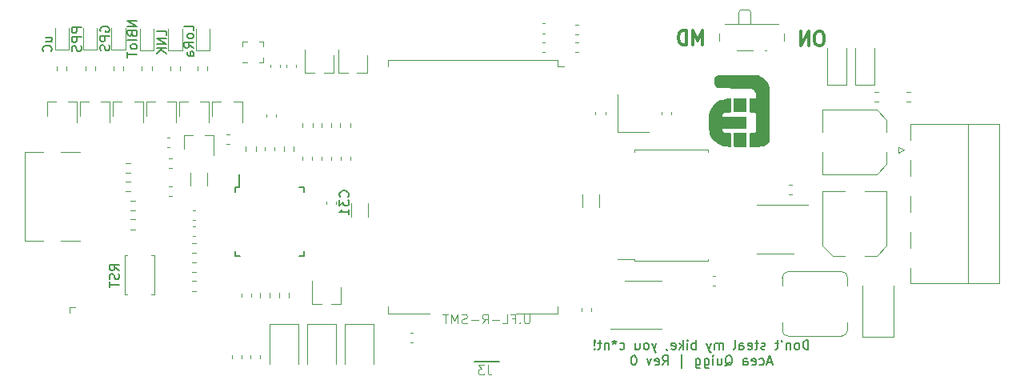
<source format=gbr>
%TF.GenerationSoftware,KiCad,Pcbnew,(5.1.10-1-10_14)*%
%TF.CreationDate,2021-07-19T22:49:48+10:00*%
%TF.ProjectId,samd21_gps_tracker,73616d64-3231-45f6-9770-735f74726163,rev?*%
%TF.SameCoordinates,Original*%
%TF.FileFunction,Legend,Bot*%
%TF.FilePolarity,Positive*%
%FSLAX46Y46*%
G04 Gerber Fmt 4.6, Leading zero omitted, Abs format (unit mm)*
G04 Created by KiCad (PCBNEW (5.1.10-1-10_14)) date 2021-07-19 22:49:48*
%MOMM*%
%LPD*%
G01*
G04 APERTURE LIST*
%ADD10C,0.150000*%
%ADD11C,0.170000*%
%ADD12C,0.300000*%
%ADD13C,0.120000*%
%ADD14C,0.127000*%
%ADD15C,0.010000*%
%ADD16C,0.050000*%
G04 APERTURE END LIST*
D10*
X220509523Y-72727380D02*
X220509523Y-71727380D01*
X220271428Y-71727380D01*
X220128571Y-71775000D01*
X220033333Y-71870238D01*
X219985714Y-71965476D01*
X219938095Y-72155952D01*
X219938095Y-72298809D01*
X219985714Y-72489285D01*
X220033333Y-72584523D01*
X220128571Y-72679761D01*
X220271428Y-72727380D01*
X220509523Y-72727380D01*
X219366666Y-72727380D02*
X219461904Y-72679761D01*
X219509523Y-72632142D01*
X219557142Y-72536904D01*
X219557142Y-72251190D01*
X219509523Y-72155952D01*
X219461904Y-72108333D01*
X219366666Y-72060714D01*
X219223809Y-72060714D01*
X219128571Y-72108333D01*
X219080952Y-72155952D01*
X219033333Y-72251190D01*
X219033333Y-72536904D01*
X219080952Y-72632142D01*
X219128571Y-72679761D01*
X219223809Y-72727380D01*
X219366666Y-72727380D01*
X218604761Y-72060714D02*
X218604761Y-72727380D01*
X218604761Y-72155952D02*
X218557142Y-72108333D01*
X218461904Y-72060714D01*
X218319047Y-72060714D01*
X218223809Y-72108333D01*
X218176190Y-72203571D01*
X218176190Y-72727380D01*
X217652380Y-71727380D02*
X217652380Y-71775000D01*
X217700000Y-71870238D01*
X217747619Y-71917857D01*
X217366666Y-72060714D02*
X216985714Y-72060714D01*
X217223809Y-71727380D02*
X217223809Y-72584523D01*
X217176190Y-72679761D01*
X217080952Y-72727380D01*
X216985714Y-72727380D01*
X215938095Y-72679761D02*
X215842857Y-72727380D01*
X215652380Y-72727380D01*
X215557142Y-72679761D01*
X215509523Y-72584523D01*
X215509523Y-72536904D01*
X215557142Y-72441666D01*
X215652380Y-72394047D01*
X215795238Y-72394047D01*
X215890476Y-72346428D01*
X215938095Y-72251190D01*
X215938095Y-72203571D01*
X215890476Y-72108333D01*
X215795238Y-72060714D01*
X215652380Y-72060714D01*
X215557142Y-72108333D01*
X215223809Y-72060714D02*
X214842857Y-72060714D01*
X215080952Y-71727380D02*
X215080952Y-72584523D01*
X215033333Y-72679761D01*
X214938095Y-72727380D01*
X214842857Y-72727380D01*
X214128571Y-72679761D02*
X214223809Y-72727380D01*
X214414285Y-72727380D01*
X214509523Y-72679761D01*
X214557142Y-72584523D01*
X214557142Y-72203571D01*
X214509523Y-72108333D01*
X214414285Y-72060714D01*
X214223809Y-72060714D01*
X214128571Y-72108333D01*
X214080952Y-72203571D01*
X214080952Y-72298809D01*
X214557142Y-72394047D01*
X213223809Y-72727380D02*
X213223809Y-72203571D01*
X213271428Y-72108333D01*
X213366666Y-72060714D01*
X213557142Y-72060714D01*
X213652380Y-72108333D01*
X213223809Y-72679761D02*
X213319047Y-72727380D01*
X213557142Y-72727380D01*
X213652380Y-72679761D01*
X213700000Y-72584523D01*
X213700000Y-72489285D01*
X213652380Y-72394047D01*
X213557142Y-72346428D01*
X213319047Y-72346428D01*
X213223809Y-72298809D01*
X212604761Y-72727380D02*
X212700000Y-72679761D01*
X212747619Y-72584523D01*
X212747619Y-71727380D01*
X211461904Y-72727380D02*
X211461904Y-72060714D01*
X211461904Y-72155952D02*
X211414285Y-72108333D01*
X211319047Y-72060714D01*
X211176190Y-72060714D01*
X211080952Y-72108333D01*
X211033333Y-72203571D01*
X211033333Y-72727380D01*
X211033333Y-72203571D02*
X210985714Y-72108333D01*
X210890476Y-72060714D01*
X210747619Y-72060714D01*
X210652380Y-72108333D01*
X210604761Y-72203571D01*
X210604761Y-72727380D01*
X210223809Y-72060714D02*
X209985714Y-72727380D01*
X209747619Y-72060714D02*
X209985714Y-72727380D01*
X210080952Y-72965476D01*
X210128571Y-73013095D01*
X210223809Y-73060714D01*
X208604761Y-72727380D02*
X208604761Y-71727380D01*
X208604761Y-72108333D02*
X208509523Y-72060714D01*
X208319047Y-72060714D01*
X208223809Y-72108333D01*
X208176190Y-72155952D01*
X208128571Y-72251190D01*
X208128571Y-72536904D01*
X208176190Y-72632142D01*
X208223809Y-72679761D01*
X208319047Y-72727380D01*
X208509523Y-72727380D01*
X208604761Y-72679761D01*
X207700000Y-72727380D02*
X207700000Y-72060714D01*
X207700000Y-71727380D02*
X207747619Y-71775000D01*
X207700000Y-71822619D01*
X207652380Y-71775000D01*
X207700000Y-71727380D01*
X207700000Y-71822619D01*
X207223809Y-72727380D02*
X207223809Y-71727380D01*
X207128571Y-72346428D02*
X206842857Y-72727380D01*
X206842857Y-72060714D02*
X207223809Y-72441666D01*
X206033333Y-72679761D02*
X206128571Y-72727380D01*
X206319047Y-72727380D01*
X206414285Y-72679761D01*
X206461904Y-72584523D01*
X206461904Y-72203571D01*
X206414285Y-72108333D01*
X206319047Y-72060714D01*
X206128571Y-72060714D01*
X206033333Y-72108333D01*
X205985714Y-72203571D01*
X205985714Y-72298809D01*
X206461904Y-72394047D01*
X205509523Y-72679761D02*
X205509523Y-72727380D01*
X205557142Y-72822619D01*
X205604761Y-72870238D01*
X204414285Y-72060714D02*
X204176190Y-72727380D01*
X203938095Y-72060714D02*
X204176190Y-72727380D01*
X204271428Y-72965476D01*
X204319047Y-73013095D01*
X204414285Y-73060714D01*
X203414285Y-72727380D02*
X203509523Y-72679761D01*
X203557142Y-72632142D01*
X203604761Y-72536904D01*
X203604761Y-72251190D01*
X203557142Y-72155952D01*
X203509523Y-72108333D01*
X203414285Y-72060714D01*
X203271428Y-72060714D01*
X203176190Y-72108333D01*
X203128571Y-72155952D01*
X203080952Y-72251190D01*
X203080952Y-72536904D01*
X203128571Y-72632142D01*
X203176190Y-72679761D01*
X203271428Y-72727380D01*
X203414285Y-72727380D01*
X202223809Y-72060714D02*
X202223809Y-72727380D01*
X202652380Y-72060714D02*
X202652380Y-72584523D01*
X202604761Y-72679761D01*
X202509523Y-72727380D01*
X202366666Y-72727380D01*
X202271428Y-72679761D01*
X202223809Y-72632142D01*
X200557142Y-72679761D02*
X200652380Y-72727380D01*
X200842857Y-72727380D01*
X200938095Y-72679761D01*
X200985714Y-72632142D01*
X201033333Y-72536904D01*
X201033333Y-72251190D01*
X200985714Y-72155952D01*
X200938095Y-72108333D01*
X200842857Y-72060714D01*
X200652380Y-72060714D01*
X200557142Y-72108333D01*
X199985714Y-71727380D02*
X199985714Y-71965476D01*
X200223809Y-71870238D02*
X199985714Y-71965476D01*
X199747619Y-71870238D01*
X200128571Y-72155952D02*
X199985714Y-71965476D01*
X199842857Y-72155952D01*
X199366666Y-72060714D02*
X199366666Y-72727380D01*
X199366666Y-72155952D02*
X199319047Y-72108333D01*
X199223809Y-72060714D01*
X199080952Y-72060714D01*
X198985714Y-72108333D01*
X198938095Y-72203571D01*
X198938095Y-72727380D01*
X198604761Y-72060714D02*
X198223809Y-72060714D01*
X198461904Y-71727380D02*
X198461904Y-72584523D01*
X198414285Y-72679761D01*
X198319047Y-72727380D01*
X198223809Y-72727380D01*
X197890476Y-72632142D02*
X197842857Y-72679761D01*
X197890476Y-72727380D01*
X197938095Y-72679761D01*
X197890476Y-72632142D01*
X197890476Y-72727380D01*
X197890476Y-72346428D02*
X197938095Y-71775000D01*
X197890476Y-71727380D01*
X197842857Y-71775000D01*
X197890476Y-72346428D01*
X197890476Y-71727380D01*
X216652380Y-74091666D02*
X216176190Y-74091666D01*
X216747619Y-74377380D02*
X216414285Y-73377380D01*
X216080952Y-74377380D01*
X215319047Y-74329761D02*
X215414285Y-74377380D01*
X215604761Y-74377380D01*
X215700000Y-74329761D01*
X215747619Y-74282142D01*
X215795238Y-74186904D01*
X215795238Y-73901190D01*
X215747619Y-73805952D01*
X215700000Y-73758333D01*
X215604761Y-73710714D01*
X215414285Y-73710714D01*
X215319047Y-73758333D01*
X214509523Y-74329761D02*
X214604761Y-74377380D01*
X214795238Y-74377380D01*
X214890476Y-74329761D01*
X214938095Y-74234523D01*
X214938095Y-73853571D01*
X214890476Y-73758333D01*
X214795238Y-73710714D01*
X214604761Y-73710714D01*
X214509523Y-73758333D01*
X214461904Y-73853571D01*
X214461904Y-73948809D01*
X214938095Y-74044047D01*
X213604761Y-74377380D02*
X213604761Y-73853571D01*
X213652380Y-73758333D01*
X213747619Y-73710714D01*
X213938095Y-73710714D01*
X214033333Y-73758333D01*
X213604761Y-74329761D02*
X213700000Y-74377380D01*
X213938095Y-74377380D01*
X214033333Y-74329761D01*
X214080952Y-74234523D01*
X214080952Y-74139285D01*
X214033333Y-74044047D01*
X213938095Y-73996428D01*
X213700000Y-73996428D01*
X213604761Y-73948809D01*
X211700000Y-74472619D02*
X211795238Y-74425000D01*
X211890476Y-74329761D01*
X212033333Y-74186904D01*
X212128571Y-74139285D01*
X212223809Y-74139285D01*
X212176190Y-74377380D02*
X212271428Y-74329761D01*
X212366666Y-74234523D01*
X212414285Y-74044047D01*
X212414285Y-73710714D01*
X212366666Y-73520238D01*
X212271428Y-73425000D01*
X212176190Y-73377380D01*
X211985714Y-73377380D01*
X211890476Y-73425000D01*
X211795238Y-73520238D01*
X211747619Y-73710714D01*
X211747619Y-74044047D01*
X211795238Y-74234523D01*
X211890476Y-74329761D01*
X211985714Y-74377380D01*
X212176190Y-74377380D01*
X210890476Y-73710714D02*
X210890476Y-74377380D01*
X211319047Y-73710714D02*
X211319047Y-74234523D01*
X211271428Y-74329761D01*
X211176190Y-74377380D01*
X211033333Y-74377380D01*
X210938095Y-74329761D01*
X210890476Y-74282142D01*
X210414285Y-74377380D02*
X210414285Y-73710714D01*
X210414285Y-73377380D02*
X210461904Y-73425000D01*
X210414285Y-73472619D01*
X210366666Y-73425000D01*
X210414285Y-73377380D01*
X210414285Y-73472619D01*
X209509523Y-73710714D02*
X209509523Y-74520238D01*
X209557142Y-74615476D01*
X209604761Y-74663095D01*
X209700000Y-74710714D01*
X209842857Y-74710714D01*
X209938095Y-74663095D01*
X209509523Y-74329761D02*
X209604761Y-74377380D01*
X209795238Y-74377380D01*
X209890476Y-74329761D01*
X209938095Y-74282142D01*
X209985714Y-74186904D01*
X209985714Y-73901190D01*
X209938095Y-73805952D01*
X209890476Y-73758333D01*
X209795238Y-73710714D01*
X209604761Y-73710714D01*
X209509523Y-73758333D01*
X208604761Y-73710714D02*
X208604761Y-74520238D01*
X208652380Y-74615476D01*
X208700000Y-74663095D01*
X208795238Y-74710714D01*
X208938095Y-74710714D01*
X209033333Y-74663095D01*
X208604761Y-74329761D02*
X208700000Y-74377380D01*
X208890476Y-74377380D01*
X208985714Y-74329761D01*
X209033333Y-74282142D01*
X209080952Y-74186904D01*
X209080952Y-73901190D01*
X209033333Y-73805952D01*
X208985714Y-73758333D01*
X208890476Y-73710714D01*
X208700000Y-73710714D01*
X208604761Y-73758333D01*
X207128571Y-74710714D02*
X207128571Y-73282142D01*
X205080952Y-74377380D02*
X205414285Y-73901190D01*
X205652380Y-74377380D02*
X205652380Y-73377380D01*
X205271428Y-73377380D01*
X205176190Y-73425000D01*
X205128571Y-73472619D01*
X205080952Y-73567857D01*
X205080952Y-73710714D01*
X205128571Y-73805952D01*
X205176190Y-73853571D01*
X205271428Y-73901190D01*
X205652380Y-73901190D01*
X204271428Y-74329761D02*
X204366666Y-74377380D01*
X204557142Y-74377380D01*
X204652380Y-74329761D01*
X204700000Y-74234523D01*
X204700000Y-73853571D01*
X204652380Y-73758333D01*
X204557142Y-73710714D01*
X204366666Y-73710714D01*
X204271428Y-73758333D01*
X204223809Y-73853571D01*
X204223809Y-73948809D01*
X204700000Y-74044047D01*
X203890476Y-73710714D02*
X203652380Y-74377380D01*
X203414285Y-73710714D01*
X202080952Y-73377380D02*
X201985714Y-73377380D01*
X201890476Y-73425000D01*
X201842857Y-73472619D01*
X201795238Y-73567857D01*
X201747619Y-73758333D01*
X201747619Y-73996428D01*
X201795238Y-74186904D01*
X201842857Y-74282142D01*
X201890476Y-74329761D01*
X201985714Y-74377380D01*
X202080952Y-74377380D01*
X202176190Y-74329761D01*
X202223809Y-74282142D01*
X202271428Y-74186904D01*
X202319047Y-73996428D01*
X202319047Y-73758333D01*
X202271428Y-73567857D01*
X202223809Y-73472619D01*
X202176190Y-73425000D01*
X202080952Y-73377380D01*
D11*
X155452380Y-39004761D02*
X155452380Y-38528571D01*
X154452380Y-38528571D01*
X155452380Y-39480952D02*
X155404761Y-39385714D01*
X155357142Y-39338095D01*
X155261904Y-39290476D01*
X154976190Y-39290476D01*
X154880952Y-39338095D01*
X154833333Y-39385714D01*
X154785714Y-39480952D01*
X154785714Y-39623809D01*
X154833333Y-39719047D01*
X154880952Y-39766666D01*
X154976190Y-39814285D01*
X155261904Y-39814285D01*
X155357142Y-39766666D01*
X155404761Y-39719047D01*
X155452380Y-39623809D01*
X155452380Y-39480952D01*
X155452380Y-40814285D02*
X154976190Y-40480952D01*
X155452380Y-40242857D02*
X154452380Y-40242857D01*
X154452380Y-40623809D01*
X154500000Y-40719047D01*
X154547619Y-40766666D01*
X154642857Y-40814285D01*
X154785714Y-40814285D01*
X154880952Y-40766666D01*
X154928571Y-40719047D01*
X154976190Y-40623809D01*
X154976190Y-40242857D01*
X155452380Y-41671428D02*
X154928571Y-41671428D01*
X154833333Y-41623809D01*
X154785714Y-41528571D01*
X154785714Y-41338095D01*
X154833333Y-41242857D01*
X155404761Y-41671428D02*
X155452380Y-41576190D01*
X155452380Y-41338095D01*
X155404761Y-41242857D01*
X155309523Y-41195238D01*
X155214285Y-41195238D01*
X155119047Y-41242857D01*
X155071428Y-41338095D01*
X155071428Y-41576190D01*
X155023809Y-41671428D01*
D12*
X221828571Y-39078571D02*
X221542857Y-39078571D01*
X221400000Y-39150000D01*
X221257142Y-39292857D01*
X221185714Y-39578571D01*
X221185714Y-40078571D01*
X221257142Y-40364285D01*
X221400000Y-40507142D01*
X221542857Y-40578571D01*
X221828571Y-40578571D01*
X221971428Y-40507142D01*
X222114285Y-40364285D01*
X222185714Y-40078571D01*
X222185714Y-39578571D01*
X222114285Y-39292857D01*
X221971428Y-39150000D01*
X221828571Y-39078571D01*
X220542857Y-40578571D02*
X220542857Y-39078571D01*
X219685714Y-40578571D01*
X219685714Y-39078571D01*
X209300000Y-40478571D02*
X209300000Y-38978571D01*
X208800000Y-40050000D01*
X208300000Y-38978571D01*
X208300000Y-40478571D01*
X207585714Y-40478571D02*
X207585714Y-38978571D01*
X207228571Y-38978571D01*
X207014285Y-39050000D01*
X206871428Y-39192857D01*
X206800000Y-39335714D01*
X206728571Y-39621428D01*
X206728571Y-39835714D01*
X206800000Y-40121428D01*
X206871428Y-40264285D01*
X207014285Y-40407142D01*
X207228571Y-40478571D01*
X207585714Y-40478571D01*
D11*
X152552380Y-39485714D02*
X152552380Y-39009523D01*
X151552380Y-39009523D01*
X152552380Y-39819047D02*
X151552380Y-39819047D01*
X152552380Y-40390476D01*
X151552380Y-40390476D01*
X152552380Y-40866666D02*
X151552380Y-40866666D01*
X152552380Y-41438095D02*
X151980952Y-41009523D01*
X151552380Y-41438095D02*
X152123809Y-40866666D01*
X149452380Y-37942857D02*
X148452380Y-37942857D01*
X149452380Y-38514285D01*
X148452380Y-38514285D01*
X148928571Y-39323809D02*
X148976190Y-39466666D01*
X149023809Y-39514285D01*
X149119047Y-39561904D01*
X149261904Y-39561904D01*
X149357142Y-39514285D01*
X149404761Y-39466666D01*
X149452380Y-39371428D01*
X149452380Y-38990476D01*
X148452380Y-38990476D01*
X148452380Y-39323809D01*
X148500000Y-39419047D01*
X148547619Y-39466666D01*
X148642857Y-39514285D01*
X148738095Y-39514285D01*
X148833333Y-39466666D01*
X148880952Y-39419047D01*
X148928571Y-39323809D01*
X148928571Y-38990476D01*
X149452380Y-39990476D02*
X148452380Y-39990476D01*
X149452380Y-40609523D02*
X149404761Y-40514285D01*
X149357142Y-40466666D01*
X149261904Y-40419047D01*
X148976190Y-40419047D01*
X148880952Y-40466666D01*
X148833333Y-40514285D01*
X148785714Y-40609523D01*
X148785714Y-40752380D01*
X148833333Y-40847619D01*
X148880952Y-40895238D01*
X148976190Y-40942857D01*
X149261904Y-40942857D01*
X149357142Y-40895238D01*
X149404761Y-40847619D01*
X149452380Y-40752380D01*
X149452380Y-40609523D01*
X148452380Y-41228571D02*
X148452380Y-41800000D01*
X149452380Y-41514285D02*
X148452380Y-41514285D01*
X145600000Y-39085714D02*
X145552380Y-38990476D01*
X145552380Y-38847619D01*
X145600000Y-38704761D01*
X145695238Y-38609523D01*
X145790476Y-38561904D01*
X145980952Y-38514285D01*
X146123809Y-38514285D01*
X146314285Y-38561904D01*
X146409523Y-38609523D01*
X146504761Y-38704761D01*
X146552380Y-38847619D01*
X146552380Y-38942857D01*
X146504761Y-39085714D01*
X146457142Y-39133333D01*
X146123809Y-39133333D01*
X146123809Y-38942857D01*
X146552380Y-39561904D02*
X145552380Y-39561904D01*
X145552380Y-39942857D01*
X145600000Y-40038095D01*
X145647619Y-40085714D01*
X145742857Y-40133333D01*
X145885714Y-40133333D01*
X145980952Y-40085714D01*
X146028571Y-40038095D01*
X146076190Y-39942857D01*
X146076190Y-39561904D01*
X146504761Y-40514285D02*
X146552380Y-40657142D01*
X146552380Y-40895238D01*
X146504761Y-40990476D01*
X146457142Y-41038095D01*
X146361904Y-41085714D01*
X146266666Y-41085714D01*
X146171428Y-41038095D01*
X146123809Y-40990476D01*
X146076190Y-40895238D01*
X146028571Y-40704761D01*
X145980952Y-40609523D01*
X145933333Y-40561904D01*
X145838095Y-40514285D01*
X145742857Y-40514285D01*
X145647619Y-40561904D01*
X145600000Y-40609523D01*
X145552380Y-40704761D01*
X145552380Y-40942857D01*
X145600000Y-41085714D01*
X143552380Y-38661904D02*
X142552380Y-38661904D01*
X142552380Y-39042857D01*
X142600000Y-39138095D01*
X142647619Y-39185714D01*
X142742857Y-39233333D01*
X142885714Y-39233333D01*
X142980952Y-39185714D01*
X143028571Y-39138095D01*
X143076190Y-39042857D01*
X143076190Y-38661904D01*
X143552380Y-39661904D02*
X142552380Y-39661904D01*
X142552380Y-40042857D01*
X142600000Y-40138095D01*
X142647619Y-40185714D01*
X142742857Y-40233333D01*
X142885714Y-40233333D01*
X142980952Y-40185714D01*
X143028571Y-40138095D01*
X143076190Y-40042857D01*
X143076190Y-39661904D01*
X143504761Y-40614285D02*
X143552380Y-40757142D01*
X143552380Y-40995238D01*
X143504761Y-41090476D01*
X143457142Y-41138095D01*
X143361904Y-41185714D01*
X143266666Y-41185714D01*
X143171428Y-41138095D01*
X143123809Y-41090476D01*
X143076190Y-40995238D01*
X143028571Y-40804761D01*
X142980952Y-40709523D01*
X142933333Y-40661904D01*
X142838095Y-40614285D01*
X142742857Y-40614285D01*
X142647619Y-40661904D01*
X142600000Y-40709523D01*
X142552380Y-40804761D01*
X142552380Y-41042857D01*
X142600000Y-41185714D01*
X139785714Y-40114285D02*
X140452380Y-40114285D01*
X139785714Y-39685714D02*
X140309523Y-39685714D01*
X140404761Y-39733333D01*
X140452380Y-39828571D01*
X140452380Y-39971428D01*
X140404761Y-40066666D01*
X140357142Y-40114285D01*
X140357142Y-41161904D02*
X140404761Y-41114285D01*
X140452380Y-40971428D01*
X140452380Y-40876190D01*
X140404761Y-40733333D01*
X140309523Y-40638095D01*
X140214285Y-40590476D01*
X140023809Y-40542857D01*
X139880952Y-40542857D01*
X139690476Y-40590476D01*
X139595238Y-40638095D01*
X139500000Y-40733333D01*
X139452380Y-40876190D01*
X139452380Y-40971428D01*
X139500000Y-41114285D01*
X139547619Y-41161904D01*
D10*
X147552380Y-64352380D02*
X147076190Y-64019047D01*
X147552380Y-63780952D02*
X146552380Y-63780952D01*
X146552380Y-64161904D01*
X146600000Y-64257142D01*
X146647619Y-64304761D01*
X146742857Y-64352380D01*
X146885714Y-64352380D01*
X146980952Y-64304761D01*
X147028571Y-64257142D01*
X147076190Y-64161904D01*
X147076190Y-63780952D01*
X147504761Y-64733333D02*
X147552380Y-64876190D01*
X147552380Y-65114285D01*
X147504761Y-65209523D01*
X147457142Y-65257142D01*
X147361904Y-65304761D01*
X147266666Y-65304761D01*
X147171428Y-65257142D01*
X147123809Y-65209523D01*
X147076190Y-65114285D01*
X147028571Y-64923809D01*
X146980952Y-64828571D01*
X146933333Y-64780952D01*
X146838095Y-64733333D01*
X146742857Y-64733333D01*
X146647619Y-64780952D01*
X146600000Y-64828571D01*
X146552380Y-64923809D01*
X146552380Y-65161904D01*
X146600000Y-65304761D01*
X146552380Y-65590476D02*
X146552380Y-66161904D01*
X147552380Y-65876190D02*
X146552380Y-65876190D01*
D13*
%TO.C,J5*%
X139500000Y-61200000D02*
X137600000Y-61200000D01*
X143400000Y-61200000D02*
X141400000Y-61200000D01*
X139500000Y-51800000D02*
X137600000Y-51800000D01*
X143400000Y-51800000D02*
X141400000Y-51800000D01*
X137600000Y-61200000D02*
X137600000Y-51800000D01*
%TO.C,U5*%
X194000000Y-42750000D02*
X194000000Y-42060000D01*
X194000000Y-42060000D02*
X176000000Y-42060000D01*
X176000000Y-42060000D02*
X176000000Y-42750000D01*
X194000000Y-68200000D02*
X194000000Y-68940000D01*
X194000000Y-68940000D02*
X189572000Y-68940000D01*
X180428000Y-68940000D02*
X176000000Y-68940000D01*
X176000000Y-68940000D02*
X176000000Y-68200000D01*
X194000000Y-42750000D02*
X194652000Y-42750000D01*
D14*
%TO.C,J3*%
X187800000Y-74000000D02*
X185200000Y-74000000D01*
D13*
%TO.C,C1*%
X152859420Y-55490000D02*
X153140580Y-55490000D01*
X152859420Y-56510000D02*
X153140580Y-56510000D01*
%TO.C,C2*%
X153140580Y-52490000D02*
X152859420Y-52490000D01*
X153140580Y-53510000D02*
X152859420Y-53510000D01*
%TO.C,C3*%
X155640580Y-57990000D02*
X155359420Y-57990000D01*
X155640580Y-59010000D02*
X155359420Y-59010000D01*
%TO.C,C4*%
X155640580Y-59690000D02*
X155359420Y-59690000D01*
X155640580Y-60710000D02*
X155359420Y-60710000D01*
%TO.C,C5*%
X218740580Y-55290000D02*
X218459420Y-55290000D01*
X218740580Y-56310000D02*
X218459420Y-56310000D01*
%TO.C,C6*%
X221970000Y-54180000D02*
X221970000Y-51830000D01*
X221970000Y-47360000D02*
X221970000Y-49710000D01*
X227725563Y-47360000D02*
X221970000Y-47360000D01*
X227725563Y-54180000D02*
X221970000Y-54180000D01*
X228790000Y-53115563D02*
X228790000Y-51830000D01*
X228790000Y-48424437D02*
X228790000Y-49710000D01*
X228790000Y-48424437D02*
X227725563Y-47360000D01*
X228790000Y-53115563D02*
X227725563Y-54180000D01*
%TO.C,C7*%
X223054437Y-62810000D02*
X221990000Y-61745563D01*
X227745563Y-62810000D02*
X228810000Y-61745563D01*
X227745563Y-62810000D02*
X226460000Y-62810000D01*
X223054437Y-62810000D02*
X224340000Y-62810000D01*
X221990000Y-61745563D02*
X221990000Y-55990000D01*
X228810000Y-61745563D02*
X228810000Y-55990000D01*
X228810000Y-55990000D02*
X226460000Y-55990000D01*
X221990000Y-55990000D02*
X224340000Y-55990000D01*
%TO.C,C8*%
X160490000Y-66859420D02*
X160490000Y-67140580D01*
X161510000Y-66859420D02*
X161510000Y-67140580D01*
%TO.C,C9*%
X163190000Y-48140580D02*
X163190000Y-47859420D01*
X164210000Y-48140580D02*
X164210000Y-47859420D01*
%TO.C,C10*%
X210640580Y-66010000D02*
X210359420Y-66010000D01*
X210640580Y-64990000D02*
X210359420Y-64990000D01*
%TO.C,C11*%
X206010000Y-47609420D02*
X206010000Y-47890580D01*
X204990000Y-47609420D02*
X204990000Y-47890580D01*
%TO.C,C12*%
X197990000Y-47890580D02*
X197990000Y-47609420D01*
X199010000Y-47890580D02*
X199010000Y-47609420D01*
%TO.C,C13*%
X173910000Y-58711252D02*
X173910000Y-57288748D01*
X172090000Y-58711252D02*
X172090000Y-57288748D01*
%TO.C,C14*%
X195859420Y-39410000D02*
X196140580Y-39410000D01*
X195859420Y-38390000D02*
X196140580Y-38390000D01*
%TO.C,C15*%
X192640580Y-39260000D02*
X192359420Y-39260000D01*
X192640580Y-38240000D02*
X192359420Y-38240000D01*
%TO.C,C16*%
X196490000Y-68359420D02*
X196490000Y-68640580D01*
X197510000Y-68359420D02*
X197510000Y-68640580D01*
%TO.C,C17*%
X196590000Y-57711252D02*
X196590000Y-56288748D01*
X198410000Y-57711252D02*
X198410000Y-56288748D01*
%TO.C,C18*%
X195859420Y-41260000D02*
X196140580Y-41260000D01*
X195859420Y-40240000D02*
X196140580Y-40240000D01*
%TO.C,C19*%
X192640580Y-40240000D02*
X192359420Y-40240000D01*
X192640580Y-41260000D02*
X192359420Y-41260000D01*
%TO.C,C20*%
X166260000Y-42609420D02*
X166260000Y-42890580D01*
X165240000Y-42609420D02*
X165240000Y-42890580D01*
%TO.C,C21*%
X163590000Y-42609420D02*
X163590000Y-42890580D01*
X164610000Y-42609420D02*
X164610000Y-42890580D01*
%TO.C,C22*%
X172010000Y-52359420D02*
X172010000Y-52640580D01*
X170990000Y-52359420D02*
X170990000Y-52640580D01*
%TO.C,C23*%
X170010000Y-52359420D02*
X170010000Y-52640580D01*
X168990000Y-52359420D02*
X168990000Y-52640580D01*
%TO.C,C24*%
X168010000Y-52359420D02*
X168010000Y-52640580D01*
X166990000Y-52359420D02*
X166990000Y-52640580D01*
%TO.C,C25*%
X178359420Y-70990000D02*
X178640580Y-70990000D01*
X178359420Y-72010000D02*
X178640580Y-72010000D01*
%TO.C,C26*%
X160510000Y-73359420D02*
X160510000Y-73640580D01*
X159490000Y-73359420D02*
X159490000Y-73640580D01*
%TO.C,C27*%
X161490000Y-73359420D02*
X161490000Y-73640580D01*
X162510000Y-73359420D02*
X162510000Y-73640580D01*
%TO.C,C28*%
X166510000Y-70040000D02*
X166510000Y-74250000D01*
X163490000Y-70040000D02*
X166510000Y-70040000D01*
X163490000Y-74250000D02*
X163490000Y-70040000D01*
%TO.C,C29*%
X167490000Y-74250000D02*
X167490000Y-70040000D01*
X167490000Y-70040000D02*
X170510000Y-70040000D01*
X170510000Y-70040000D02*
X170510000Y-74250000D01*
%TO.C,C30*%
X174510000Y-70040000D02*
X174510000Y-74250000D01*
X171490000Y-70040000D02*
X174510000Y-70040000D01*
X171490000Y-74250000D02*
X171490000Y-70040000D01*
%TO.C,D1*%
X140765000Y-40985000D02*
X140765000Y-38700000D01*
X142235000Y-40985000D02*
X140765000Y-40985000D01*
X142235000Y-38700000D02*
X142235000Y-40985000D01*
%TO.C,D2*%
X143765000Y-40985000D02*
X143765000Y-38700000D01*
X145235000Y-40985000D02*
X143765000Y-40985000D01*
X145235000Y-38700000D02*
X145235000Y-40985000D01*
%TO.C,D3*%
X229550000Y-71400000D02*
X229550000Y-66000000D01*
X226250000Y-71400000D02*
X226250000Y-66000000D01*
X229550000Y-71400000D02*
X226250000Y-71400000D01*
%TO.C,D4*%
X148235000Y-38700000D02*
X148235000Y-40985000D01*
X148235000Y-40985000D02*
X146765000Y-40985000D01*
X146765000Y-40985000D02*
X146765000Y-38700000D01*
%TO.C,D5*%
X149765000Y-41085000D02*
X149765000Y-38800000D01*
X151235000Y-41085000D02*
X149765000Y-41085000D01*
X151235000Y-38800000D02*
X151235000Y-41085000D01*
%TO.C,D6*%
X154235000Y-38800000D02*
X154235000Y-41085000D01*
X154235000Y-41085000D02*
X152765000Y-41085000D01*
X152765000Y-41085000D02*
X152765000Y-38800000D01*
%TO.C,D7*%
X227500000Y-44700000D02*
X225500000Y-44700000D01*
X225500000Y-44700000D02*
X225500000Y-40850000D01*
X227500000Y-44700000D02*
X227500000Y-40850000D01*
%TO.C,D8*%
X224500000Y-44700000D02*
X224500000Y-40850000D01*
X222500000Y-44700000D02*
X222500000Y-40850000D01*
X224500000Y-44700000D02*
X222500000Y-44700000D01*
%TO.C,FB1*%
X162990000Y-51662779D02*
X162990000Y-51337221D01*
X164010000Y-51662779D02*
X164010000Y-51337221D01*
%TO.C,J1*%
X142930000Y-68230000D02*
X142295000Y-68230000D01*
X142295000Y-68230000D02*
X142295000Y-68865000D01*
%TO.C,J2*%
X230000000Y-51300000D02*
X230000000Y-51900000D01*
X230600000Y-51600000D02*
X230000000Y-51300000D01*
X230000000Y-51900000D02*
X230600000Y-51600000D01*
X237400000Y-48890000D02*
X237400000Y-65740000D01*
X231290000Y-60270000D02*
X231290000Y-61980000D01*
X231290000Y-56460000D02*
X231290000Y-58170000D01*
X231290000Y-52650000D02*
X231290000Y-54360000D01*
X231290000Y-65740000D02*
X231290000Y-64080000D01*
X231290000Y-48890000D02*
X231290000Y-50550000D01*
X240710000Y-65740000D02*
X231290000Y-65740000D01*
X240710000Y-48890000D02*
X240710000Y-65740000D01*
X231290000Y-48890000D02*
X240710000Y-48890000D01*
%TO.C,L1*%
X217740000Y-69850000D02*
X217740000Y-70700000D01*
X224660000Y-70700000D02*
X224660000Y-69850000D01*
X217740000Y-65150000D02*
X217740000Y-65950000D01*
X224050000Y-64490000D02*
X218400000Y-64490000D01*
X224660000Y-65950000D02*
X224660000Y-65100000D01*
X218350000Y-71310000D02*
X224050000Y-71310000D01*
X217740000Y-70700000D02*
G75*
G03*
X218350000Y-71310000I610000J0D01*
G01*
X224050000Y-71310000D02*
G75*
G03*
X224660000Y-70700000I0J610000D01*
G01*
X218400000Y-64490000D02*
G75*
G03*
X217740000Y-65150000I0J-660000D01*
G01*
X224660000Y-65100000D02*
G75*
G03*
X224050000Y-64490000I-610000J0D01*
G01*
%TO.C,Q1*%
X139920000Y-46540000D02*
X139920000Y-48000000D01*
X143080000Y-46540000D02*
X143080000Y-48700000D01*
X143080000Y-46540000D02*
X142150000Y-46540000D01*
X139920000Y-46540000D02*
X140850000Y-46540000D01*
%TO.C,Q2*%
X143420000Y-46540000D02*
X143420000Y-48000000D01*
X146580000Y-46540000D02*
X146580000Y-48700000D01*
X146580000Y-46540000D02*
X145650000Y-46540000D01*
X143420000Y-46540000D02*
X144350000Y-46540000D01*
%TO.C,Q3*%
X146920000Y-46540000D02*
X147850000Y-46540000D01*
X150080000Y-46540000D02*
X149150000Y-46540000D01*
X150080000Y-46540000D02*
X150080000Y-48700000D01*
X146920000Y-46540000D02*
X146920000Y-48000000D01*
%TO.C,Q4*%
X150420000Y-46540000D02*
X150420000Y-48000000D01*
X153580000Y-46540000D02*
X153580000Y-48700000D01*
X153580000Y-46540000D02*
X152650000Y-46540000D01*
X150420000Y-46540000D02*
X151350000Y-46540000D01*
%TO.C,Q5*%
X153920000Y-46540000D02*
X154850000Y-46540000D01*
X157080000Y-46540000D02*
X156150000Y-46540000D01*
X157080000Y-46540000D02*
X157080000Y-48700000D01*
X153920000Y-46540000D02*
X153920000Y-48000000D01*
%TO.C,Q6*%
X172750000Y-43450000D02*
X173800000Y-43450000D01*
X173800000Y-43450000D02*
X173800000Y-41600000D01*
X170750000Y-43450000D02*
X171750000Y-43450000D01*
X170740000Y-43430000D02*
X170740000Y-41000000D01*
%TO.C,Q7*%
X167240000Y-43430000D02*
X167240000Y-41000000D01*
X167250000Y-43450000D02*
X168250000Y-43450000D01*
X170300000Y-43450000D02*
X170300000Y-41600000D01*
X169250000Y-43450000D02*
X170300000Y-43450000D01*
%TO.C,Q8*%
X167990000Y-67930000D02*
X167990000Y-65500000D01*
X168000000Y-67950000D02*
X169000000Y-67950000D01*
X171050000Y-67950000D02*
X171050000Y-66100000D01*
X170000000Y-67950000D02*
X171050000Y-67950000D01*
%TO.C,R1*%
X165522500Y-67237258D02*
X165522500Y-66762742D01*
X164477500Y-67237258D02*
X164477500Y-66762742D01*
%TO.C,R2*%
X162477500Y-67237258D02*
X162477500Y-66762742D01*
X163522500Y-67237258D02*
X163522500Y-66762742D01*
%TO.C,R3*%
X155737258Y-66522500D02*
X155262742Y-66522500D01*
X155737258Y-65477500D02*
X155262742Y-65477500D01*
%TO.C,R4*%
X140977500Y-42762742D02*
X140977500Y-43237258D01*
X142022500Y-42762742D02*
X142022500Y-43237258D01*
%TO.C,R5*%
X143977500Y-42762742D02*
X143977500Y-43237258D01*
X145022500Y-42762742D02*
X145022500Y-43237258D01*
%TO.C,R6*%
X155262742Y-63477500D02*
X155737258Y-63477500D01*
X155262742Y-64522500D02*
X155737258Y-64522500D01*
%TO.C,R7*%
X155262742Y-62522500D02*
X155737258Y-62522500D01*
X155262742Y-61477500D02*
X155737258Y-61477500D01*
%TO.C,R8*%
X148022500Y-42762742D02*
X148022500Y-43237258D01*
X146977500Y-42762742D02*
X146977500Y-43237258D01*
%TO.C,R9*%
X149977500Y-42762742D02*
X149977500Y-43237258D01*
X151022500Y-42762742D02*
X151022500Y-43237258D01*
%TO.C,R10*%
X154022500Y-42762742D02*
X154022500Y-43237258D01*
X152977500Y-42762742D02*
X152977500Y-43237258D01*
%TO.C,R11*%
X160977500Y-51262742D02*
X160977500Y-51737258D01*
X162022500Y-51262742D02*
X162022500Y-51737258D01*
%TO.C,R12*%
X166022500Y-51262742D02*
X166022500Y-51737258D01*
X164977500Y-51262742D02*
X164977500Y-51737258D01*
%TO.C,R13*%
X170977500Y-49237258D02*
X170977500Y-48762742D01*
X172022500Y-49237258D02*
X172022500Y-48762742D01*
%TO.C,R14*%
X170022500Y-49237258D02*
X170022500Y-48762742D01*
X168977500Y-49237258D02*
X168977500Y-48762742D01*
%TO.C,R15*%
X166977500Y-49237258D02*
X166977500Y-48762742D01*
X168022500Y-49237258D02*
X168022500Y-48762742D01*
%TO.C,R16*%
X148762742Y-58977500D02*
X149237258Y-58977500D01*
X148762742Y-60022500D02*
X149237258Y-60022500D01*
%TO.C,R17*%
X148262742Y-54022500D02*
X148737258Y-54022500D01*
X148262742Y-52977500D02*
X148737258Y-52977500D01*
%TO.C,R18*%
X148262742Y-56022500D02*
X148737258Y-56022500D01*
X148262742Y-54977500D02*
X148737258Y-54977500D01*
%TO.C,R19*%
X148762742Y-56977500D02*
X149237258Y-56977500D01*
X148762742Y-58022500D02*
X149237258Y-58022500D01*
%TO.C,SW1*%
X151270000Y-62730000D02*
X150970000Y-62730000D01*
X148130000Y-66870000D02*
X148430000Y-66870000D01*
X150970000Y-66870000D02*
X151270000Y-66870000D01*
X148130000Y-62730000D02*
X148130000Y-66870000D01*
X148430000Y-62730000D02*
X148130000Y-62730000D01*
X151270000Y-66870000D02*
X151270000Y-62730000D01*
%TO.C,SW2*%
X217950000Y-39280000D02*
X217950000Y-40070000D01*
X211050000Y-40070000D02*
X211050000Y-39280000D01*
X212900000Y-41120000D02*
X214600000Y-41120000D01*
X211650000Y-38270000D02*
X217350000Y-38270000D01*
X214400000Y-36980000D02*
X214400000Y-38270000D01*
X213300000Y-36770000D02*
X214200000Y-36770000D01*
X213100000Y-38270000D02*
X213100000Y-36980000D01*
X214400000Y-36980000D02*
X214200000Y-36770000D01*
X213100000Y-36980000D02*
X213300000Y-36770000D01*
X215900000Y-41120000D02*
X216100000Y-41120000D01*
%TO.C,U1*%
X217000000Y-57440000D02*
X220450000Y-57440000D01*
X217000000Y-57440000D02*
X215050000Y-57440000D01*
X217000000Y-62560000D02*
X218950000Y-62560000D01*
X217000000Y-62560000D02*
X215050000Y-62560000D01*
D10*
%TO.C,U2*%
X160300000Y-55575000D02*
X160300000Y-54200000D01*
X159875000Y-62825000D02*
X159875000Y-62300000D01*
X167125000Y-62825000D02*
X167125000Y-62300000D01*
X167125000Y-55575000D02*
X167125000Y-56100000D01*
X159875000Y-55575000D02*
X159875000Y-56100000D01*
X167125000Y-55575000D02*
X166600000Y-55575000D01*
X167125000Y-62825000D02*
X166600000Y-62825000D01*
X159875000Y-62825000D02*
X160400000Y-62825000D01*
X159875000Y-55575000D02*
X160300000Y-55575000D01*
D13*
%TO.C,U3*%
X202140000Y-63140000D02*
X200325000Y-63140000D01*
X202140000Y-63385000D02*
X202140000Y-63140000D01*
X206000000Y-63385000D02*
X202140000Y-63385000D01*
X209860000Y-63385000D02*
X209860000Y-63140000D01*
X206000000Y-63385000D02*
X209860000Y-63385000D01*
X202140000Y-51615000D02*
X202140000Y-51860000D01*
X206000000Y-51615000D02*
X202140000Y-51615000D01*
X209860000Y-51615000D02*
X209860000Y-51860000D01*
X206000000Y-51615000D02*
X209860000Y-51615000D01*
%TO.C,U6*%
X203000000Y-65440000D02*
X204950000Y-65440000D01*
X203000000Y-65440000D02*
X201050000Y-65440000D01*
X203000000Y-70560000D02*
X204950000Y-70560000D01*
X203000000Y-70560000D02*
X199550000Y-70560000D01*
%TO.C,U7*%
X160650000Y-42350000D02*
X160650000Y-42350000D01*
X161150000Y-42350000D02*
X160650000Y-42350000D01*
X160650000Y-40650000D02*
X160650000Y-40650000D01*
X160650000Y-40150000D02*
X160650000Y-40650000D01*
X161150000Y-40150000D02*
X160650000Y-40150000D01*
X162350000Y-40150000D02*
X162350000Y-40150000D01*
X162850000Y-40150000D02*
X162350000Y-40150000D01*
X162850000Y-40650000D02*
X162850000Y-40150000D01*
X162850000Y-41850000D02*
X162850000Y-41850000D01*
X162850000Y-42350000D02*
X162850000Y-41850000D01*
X162350000Y-42350000D02*
X162850000Y-42350000D01*
%TO.C,Y1*%
X156875000Y-55375000D02*
X156875000Y-54025000D01*
X155125000Y-55375000D02*
X155125000Y-54025000D01*
%TO.C,Y2*%
X200350000Y-49750000D02*
X200350000Y-45750000D01*
X203650000Y-49750000D02*
X200350000Y-49750000D01*
%TO.C,D9*%
X155665000Y-41085000D02*
X155665000Y-38800000D01*
X157135000Y-41085000D02*
X155665000Y-41085000D01*
X157135000Y-38800000D02*
X157135000Y-41085000D01*
%TO.C,Q9*%
X157420000Y-46540000D02*
X157420000Y-48000000D01*
X160580000Y-46540000D02*
X160580000Y-48700000D01*
X160580000Y-46540000D02*
X159650000Y-46540000D01*
X157420000Y-46540000D02*
X158350000Y-46540000D01*
%TO.C,R20*%
X156922500Y-42762742D02*
X156922500Y-43237258D01*
X155877500Y-42762742D02*
X155877500Y-43237258D01*
%TO.C,C31*%
X170510000Y-57340580D02*
X170510000Y-57059420D01*
X169490000Y-57340580D02*
X169490000Y-57059420D01*
%TO.C,R21*%
X227462742Y-45477500D02*
X227937258Y-45477500D01*
X227462742Y-46522500D02*
X227937258Y-46522500D01*
%TO.C,R22*%
X230862742Y-46522500D02*
X231337258Y-46522500D01*
X230862742Y-45477500D02*
X231337258Y-45477500D01*
%TO.C,C32*%
X158959420Y-49990000D02*
X159240580Y-49990000D01*
X158959420Y-51010000D02*
X159240580Y-51010000D01*
%TO.C,C33*%
X152659420Y-51310000D02*
X152940580Y-51310000D01*
X152659420Y-50290000D02*
X152940580Y-50290000D01*
%TO.C,U9*%
X154420000Y-50040000D02*
X154420000Y-51500000D01*
X157580000Y-50040000D02*
X157580000Y-52200000D01*
X157580000Y-50040000D02*
X156650000Y-50040000D01*
X154420000Y-50040000D02*
X155350000Y-50040000D01*
D15*
%TO.C,J7*%
G36*
X213871500Y-47548167D02*
G01*
X212622666Y-47548167D01*
X212622666Y-46193500D01*
X213871500Y-46193500D01*
X213871500Y-47548167D01*
G37*
X213871500Y-47548167D02*
X212622666Y-47548167D01*
X212622666Y-46193500D01*
X213871500Y-46193500D01*
X213871500Y-47548167D01*
G36*
X213000863Y-43680888D02*
G01*
X213381303Y-43682934D01*
X213720397Y-43685210D01*
X214019130Y-43687733D01*
X214278490Y-43690519D01*
X214499463Y-43693583D01*
X214683035Y-43696941D01*
X214830193Y-43700611D01*
X214941923Y-43704607D01*
X215019212Y-43708946D01*
X215063045Y-43713644D01*
X215067416Y-43714519D01*
X215169383Y-43746006D01*
X215292066Y-43796495D01*
X215422179Y-43859775D01*
X215546434Y-43929631D01*
X215599673Y-43963395D01*
X215754710Y-44083974D01*
X215905827Y-44233918D01*
X216043401Y-44401775D01*
X216157808Y-44576093D01*
X216223101Y-44705289D01*
X216238315Y-44740378D01*
X216252022Y-44773154D01*
X216264315Y-44805903D01*
X216275286Y-44840912D01*
X216285028Y-44880466D01*
X216293632Y-44926854D01*
X216301192Y-44982361D01*
X216307799Y-45049274D01*
X216313545Y-45129879D01*
X216318525Y-45226464D01*
X216322828Y-45341313D01*
X216326549Y-45476715D01*
X216329778Y-45634955D01*
X216332610Y-45818320D01*
X216335135Y-46029096D01*
X216337447Y-46269571D01*
X216339637Y-46542030D01*
X216341799Y-46848760D01*
X216344024Y-47192048D01*
X216346404Y-47574180D01*
X216347749Y-47791343D01*
X216364559Y-50500437D01*
X216281732Y-50665170D01*
X216202993Y-50804699D01*
X216118253Y-50915091D01*
X216015852Y-51009165D01*
X215889309Y-51096519D01*
X215732008Y-51194560D01*
X215008129Y-51204850D01*
X214837023Y-51206805D01*
X214679424Y-51207688D01*
X214540317Y-51207543D01*
X214424691Y-51206413D01*
X214337532Y-51204340D01*
X214283828Y-51201368D01*
X214268375Y-51198459D01*
X214264464Y-51173916D01*
X214260903Y-51112282D01*
X214257815Y-51018799D01*
X214255322Y-50898706D01*
X214253548Y-50757247D01*
X214252613Y-50599662D01*
X214252500Y-50520416D01*
X214252500Y-49859054D01*
X214331875Y-49847690D01*
X214398549Y-49839156D01*
X214484001Y-49829517D01*
X214538250Y-49823961D01*
X214677154Y-49806534D01*
X214781180Y-49783648D01*
X214857665Y-49753014D01*
X214913945Y-49712344D01*
X214922026Y-49704273D01*
X214982750Y-49640894D01*
X214982750Y-48701922D01*
X214982695Y-48477971D01*
X214982417Y-48292449D01*
X214981745Y-48141454D01*
X214980508Y-48021081D01*
X214978536Y-47927427D01*
X214975658Y-47856589D01*
X214971703Y-47804662D01*
X214966500Y-47767743D01*
X214959879Y-47741929D01*
X214951669Y-47723315D01*
X214941699Y-47707999D01*
X214939128Y-47704517D01*
X214900247Y-47665142D01*
X214845115Y-47633706D01*
X214767434Y-47608219D01*
X214660909Y-47586690D01*
X214519242Y-47567129D01*
X214495916Y-47564396D01*
X214263083Y-47537583D01*
X214257494Y-46865542D01*
X214251905Y-46193500D01*
X215020863Y-46193500D01*
X215007328Y-45986965D01*
X214991538Y-45803942D01*
X214970115Y-45657854D01*
X214942031Y-45543553D01*
X214906255Y-45455892D01*
X214898232Y-45441355D01*
X214833095Y-45352133D01*
X214741535Y-45257221D01*
X214635798Y-45168149D01*
X214537940Y-45102103D01*
X214432416Y-45040249D01*
X212950750Y-45025959D01*
X212618086Y-45022675D01*
X212325051Y-45019568D01*
X212068940Y-45016532D01*
X211847049Y-45013460D01*
X211656673Y-45010246D01*
X211495108Y-45006783D01*
X211359651Y-45002964D01*
X211247596Y-44998684D01*
X211156240Y-44993835D01*
X211082879Y-44988312D01*
X211024808Y-44982007D01*
X210979322Y-44974814D01*
X210943719Y-44966627D01*
X210915293Y-44957338D01*
X210891340Y-44946843D01*
X210887011Y-44944672D01*
X210767470Y-44862125D01*
X210662621Y-44747232D01*
X210597471Y-44642334D01*
X210567715Y-44577256D01*
X210550183Y-44515348D01*
X210541720Y-44440871D01*
X210539265Y-44352000D01*
X210540459Y-44255069D01*
X210548044Y-44184198D01*
X210565105Y-44123242D01*
X210594733Y-44056058D01*
X210596588Y-44052268D01*
X210688595Y-43912411D01*
X210815446Y-43796590D01*
X210931061Y-43726707D01*
X211040143Y-43671432D01*
X213000863Y-43680888D01*
G37*
X213000863Y-43680888D02*
X213381303Y-43682934D01*
X213720397Y-43685210D01*
X214019130Y-43687733D01*
X214278490Y-43690519D01*
X214499463Y-43693583D01*
X214683035Y-43696941D01*
X214830193Y-43700611D01*
X214941923Y-43704607D01*
X215019212Y-43708946D01*
X215063045Y-43713644D01*
X215067416Y-43714519D01*
X215169383Y-43746006D01*
X215292066Y-43796495D01*
X215422179Y-43859775D01*
X215546434Y-43929631D01*
X215599673Y-43963395D01*
X215754710Y-44083974D01*
X215905827Y-44233918D01*
X216043401Y-44401775D01*
X216157808Y-44576093D01*
X216223101Y-44705289D01*
X216238315Y-44740378D01*
X216252022Y-44773154D01*
X216264315Y-44805903D01*
X216275286Y-44840912D01*
X216285028Y-44880466D01*
X216293632Y-44926854D01*
X216301192Y-44982361D01*
X216307799Y-45049274D01*
X216313545Y-45129879D01*
X216318525Y-45226464D01*
X216322828Y-45341313D01*
X216326549Y-45476715D01*
X216329778Y-45634955D01*
X216332610Y-45818320D01*
X216335135Y-46029096D01*
X216337447Y-46269571D01*
X216339637Y-46542030D01*
X216341799Y-46848760D01*
X216344024Y-47192048D01*
X216346404Y-47574180D01*
X216347749Y-47791343D01*
X216364559Y-50500437D01*
X216281732Y-50665170D01*
X216202993Y-50804699D01*
X216118253Y-50915091D01*
X216015852Y-51009165D01*
X215889309Y-51096519D01*
X215732008Y-51194560D01*
X215008129Y-51204850D01*
X214837023Y-51206805D01*
X214679424Y-51207688D01*
X214540317Y-51207543D01*
X214424691Y-51206413D01*
X214337532Y-51204340D01*
X214283828Y-51201368D01*
X214268375Y-51198459D01*
X214264464Y-51173916D01*
X214260903Y-51112282D01*
X214257815Y-51018799D01*
X214255322Y-50898706D01*
X214253548Y-50757247D01*
X214252613Y-50599662D01*
X214252500Y-50520416D01*
X214252500Y-49859054D01*
X214331875Y-49847690D01*
X214398549Y-49839156D01*
X214484001Y-49829517D01*
X214538250Y-49823961D01*
X214677154Y-49806534D01*
X214781180Y-49783648D01*
X214857665Y-49753014D01*
X214913945Y-49712344D01*
X214922026Y-49704273D01*
X214982750Y-49640894D01*
X214982750Y-48701922D01*
X214982695Y-48477971D01*
X214982417Y-48292449D01*
X214981745Y-48141454D01*
X214980508Y-48021081D01*
X214978536Y-47927427D01*
X214975658Y-47856589D01*
X214971703Y-47804662D01*
X214966500Y-47767743D01*
X214959879Y-47741929D01*
X214951669Y-47723315D01*
X214941699Y-47707999D01*
X214939128Y-47704517D01*
X214900247Y-47665142D01*
X214845115Y-47633706D01*
X214767434Y-47608219D01*
X214660909Y-47586690D01*
X214519242Y-47567129D01*
X214495916Y-47564396D01*
X214263083Y-47537583D01*
X214257494Y-46865542D01*
X214251905Y-46193500D01*
X215020863Y-46193500D01*
X215007328Y-45986965D01*
X214991538Y-45803942D01*
X214970115Y-45657854D01*
X214942031Y-45543553D01*
X214906255Y-45455892D01*
X214898232Y-45441355D01*
X214833095Y-45352133D01*
X214741535Y-45257221D01*
X214635798Y-45168149D01*
X214537940Y-45102103D01*
X214432416Y-45040249D01*
X212950750Y-45025959D01*
X212618086Y-45022675D01*
X212325051Y-45019568D01*
X212068940Y-45016532D01*
X211847049Y-45013460D01*
X211656673Y-45010246D01*
X211495108Y-45006783D01*
X211359651Y-45002964D01*
X211247596Y-44998684D01*
X211156240Y-44993835D01*
X211082879Y-44988312D01*
X211024808Y-44982007D01*
X210979322Y-44974814D01*
X210943719Y-44966627D01*
X210915293Y-44957338D01*
X210891340Y-44946843D01*
X210887011Y-44944672D01*
X210767470Y-44862125D01*
X210662621Y-44747232D01*
X210597471Y-44642334D01*
X210567715Y-44577256D01*
X210550183Y-44515348D01*
X210541720Y-44440871D01*
X210539265Y-44352000D01*
X210540459Y-44255069D01*
X210548044Y-44184198D01*
X210565105Y-44123242D01*
X210594733Y-44056058D01*
X210596588Y-44052268D01*
X210688595Y-43912411D01*
X210815446Y-43796590D01*
X210931061Y-43726707D01*
X211040143Y-43671432D01*
X213000863Y-43680888D01*
G36*
X213860916Y-51199417D02*
G01*
X213256221Y-51205026D01*
X213100272Y-51205982D01*
X212958236Y-51205913D01*
X212835583Y-51204896D01*
X212737784Y-51203010D01*
X212670310Y-51200332D01*
X212638632Y-51196941D01*
X212637096Y-51196207D01*
X212633574Y-51172261D01*
X212630364Y-51111150D01*
X212627573Y-51018039D01*
X212625309Y-50898096D01*
X212623680Y-50756488D01*
X212622796Y-50598382D01*
X212622666Y-50507972D01*
X212622666Y-49834167D01*
X213872086Y-49834167D01*
X213860916Y-51199417D01*
G37*
X213860916Y-51199417D02*
X213256221Y-51205026D01*
X213100272Y-51205982D01*
X212958236Y-51205913D01*
X212835583Y-51204896D01*
X212737784Y-51203010D01*
X212670310Y-51200332D01*
X212638632Y-51196941D01*
X212637096Y-51196207D01*
X212633574Y-51172261D01*
X212630364Y-51111150D01*
X212627573Y-51018039D01*
X212625309Y-50898096D01*
X212623680Y-50756488D01*
X212622796Y-50598382D01*
X212622666Y-50507972D01*
X212622666Y-49834167D01*
X213872086Y-49834167D01*
X213860916Y-51199417D01*
G36*
X212241666Y-47544797D02*
G01*
X212098791Y-47557134D01*
X211925992Y-47572415D01*
X211790336Y-47585393D01*
X211686740Y-47596787D01*
X211610121Y-47607317D01*
X211555397Y-47617702D01*
X211517484Y-47628662D01*
X211491301Y-47640914D01*
X211486801Y-47643730D01*
X211433344Y-47699791D01*
X211388728Y-47786783D01*
X211357833Y-47893488D01*
X211347847Y-47963051D01*
X211338320Y-48071019D01*
X211655775Y-48084759D01*
X211745858Y-48087703D01*
X211871933Y-48090431D01*
X212027659Y-48092874D01*
X212206696Y-48094963D01*
X212402702Y-48096631D01*
X212609337Y-48097807D01*
X212820260Y-48098423D01*
X212922365Y-48098500D01*
X213871500Y-48098500D01*
X213871500Y-49305000D01*
X211334161Y-49305000D01*
X211342766Y-49373792D01*
X211350872Y-49438688D01*
X211360745Y-49517838D01*
X211363884Y-49543024D01*
X211395436Y-49651582D01*
X211458400Y-49733173D01*
X211550500Y-49784969D01*
X211561618Y-49788519D01*
X211617761Y-49799964D01*
X211703353Y-49811077D01*
X211805526Y-49820396D01*
X211885664Y-49825345D01*
X211986742Y-49830839D01*
X212075991Y-49836844D01*
X212142620Y-49842566D01*
X212172875Y-49846503D01*
X212220500Y-49856140D01*
X212220500Y-51210000D01*
X212077625Y-51207823D01*
X211992083Y-51203793D01*
X211882703Y-51194823D01*
X211767475Y-51182502D01*
X211714747Y-51175780D01*
X211426245Y-51118665D01*
X211162377Y-51028125D01*
X210919660Y-50902382D01*
X210694611Y-50739659D01*
X210500406Y-50556008D01*
X210350344Y-50383452D01*
X210231435Y-50213883D01*
X210140261Y-50039060D01*
X210073399Y-49850745D01*
X210027431Y-49640698D01*
X209998935Y-49400681D01*
X209994253Y-49336750D01*
X209988435Y-49217992D01*
X209984506Y-49072871D01*
X209982364Y-48908058D01*
X209981906Y-48730226D01*
X209983030Y-48546048D01*
X209985634Y-48362197D01*
X209989614Y-48185343D01*
X209994869Y-48022162D01*
X210001297Y-47879323D01*
X210008794Y-47763501D01*
X210017259Y-47681368D01*
X210019919Y-47664583D01*
X210053569Y-47541199D01*
X210110813Y-47399278D01*
X210185633Y-47250531D01*
X210272005Y-47106669D01*
X210363910Y-46979404D01*
X210385732Y-46953086D01*
X210563580Y-46763133D01*
X210747921Y-46604194D01*
X210943919Y-46473888D01*
X211156736Y-46369830D01*
X211391536Y-46289637D01*
X211653482Y-46230923D01*
X211947737Y-46191307D01*
X212056458Y-46181733D01*
X212241666Y-46167326D01*
X212241666Y-47544797D01*
G37*
X212241666Y-47544797D02*
X212098791Y-47557134D01*
X211925992Y-47572415D01*
X211790336Y-47585393D01*
X211686740Y-47596787D01*
X211610121Y-47607317D01*
X211555397Y-47617702D01*
X211517484Y-47628662D01*
X211491301Y-47640914D01*
X211486801Y-47643730D01*
X211433344Y-47699791D01*
X211388728Y-47786783D01*
X211357833Y-47893488D01*
X211347847Y-47963051D01*
X211338320Y-48071019D01*
X211655775Y-48084759D01*
X211745858Y-48087703D01*
X211871933Y-48090431D01*
X212027659Y-48092874D01*
X212206696Y-48094963D01*
X212402702Y-48096631D01*
X212609337Y-48097807D01*
X212820260Y-48098423D01*
X212922365Y-48098500D01*
X213871500Y-48098500D01*
X213871500Y-49305000D01*
X211334161Y-49305000D01*
X211342766Y-49373792D01*
X211350872Y-49438688D01*
X211360745Y-49517838D01*
X211363884Y-49543024D01*
X211395436Y-49651582D01*
X211458400Y-49733173D01*
X211550500Y-49784969D01*
X211561618Y-49788519D01*
X211617761Y-49799964D01*
X211703353Y-49811077D01*
X211805526Y-49820396D01*
X211885664Y-49825345D01*
X211986742Y-49830839D01*
X212075991Y-49836844D01*
X212142620Y-49842566D01*
X212172875Y-49846503D01*
X212220500Y-49856140D01*
X212220500Y-51210000D01*
X212077625Y-51207823D01*
X211992083Y-51203793D01*
X211882703Y-51194823D01*
X211767475Y-51182502D01*
X211714747Y-51175780D01*
X211426245Y-51118665D01*
X211162377Y-51028125D01*
X210919660Y-50902382D01*
X210694611Y-50739659D01*
X210500406Y-50556008D01*
X210350344Y-50383452D01*
X210231435Y-50213883D01*
X210140261Y-50039060D01*
X210073399Y-49850745D01*
X210027431Y-49640698D01*
X209998935Y-49400681D01*
X209994253Y-49336750D01*
X209988435Y-49217992D01*
X209984506Y-49072871D01*
X209982364Y-48908058D01*
X209981906Y-48730226D01*
X209983030Y-48546048D01*
X209985634Y-48362197D01*
X209989614Y-48185343D01*
X209994869Y-48022162D01*
X210001297Y-47879323D01*
X210008794Y-47763501D01*
X210017259Y-47681368D01*
X210019919Y-47664583D01*
X210053569Y-47541199D01*
X210110813Y-47399278D01*
X210185633Y-47250531D01*
X210272005Y-47106669D01*
X210363910Y-46979404D01*
X210385732Y-46953086D01*
X210563580Y-46763133D01*
X210747921Y-46604194D01*
X210943919Y-46473888D01*
X211156736Y-46369830D01*
X211391536Y-46289637D01*
X211653482Y-46230923D01*
X211947737Y-46191307D01*
X212056458Y-46181733D01*
X212241666Y-46167326D01*
X212241666Y-47544797D01*
%TO.C,J3*%
D16*
X186569330Y-74391612D02*
X186569330Y-75106705D01*
X186617002Y-75249723D01*
X186712348Y-75345069D01*
X186855367Y-75392742D01*
X186950712Y-75392742D01*
X186187947Y-74391612D02*
X185568200Y-74391612D01*
X185901910Y-74772995D01*
X185758891Y-74772995D01*
X185663545Y-74820667D01*
X185615872Y-74868340D01*
X185568200Y-74963686D01*
X185568200Y-75202050D01*
X185615872Y-75297396D01*
X185663545Y-75345069D01*
X185758891Y-75392742D01*
X186044928Y-75392742D01*
X186140274Y-75345069D01*
X186187947Y-75297396D01*
X191008180Y-68979224D02*
X191008180Y-69790472D01*
X190960459Y-69885913D01*
X190912739Y-69933634D01*
X190817298Y-69981354D01*
X190626416Y-69981354D01*
X190530975Y-69933634D01*
X190483255Y-69885913D01*
X190435534Y-69790472D01*
X190435534Y-68979224D01*
X189958329Y-69885913D02*
X189910609Y-69933634D01*
X189958329Y-69981354D01*
X190006050Y-69933634D01*
X189958329Y-69885913D01*
X189958329Y-69981354D01*
X189147081Y-69456429D02*
X189481125Y-69456429D01*
X189481125Y-69981354D02*
X189481125Y-68979224D01*
X189003920Y-68979224D01*
X188144951Y-69981354D02*
X188622156Y-69981354D01*
X188622156Y-68979224D01*
X187810908Y-69599590D02*
X187047380Y-69599590D01*
X185997530Y-69981354D02*
X186331573Y-69504149D01*
X186570175Y-69981354D02*
X186570175Y-68979224D01*
X186188412Y-68979224D01*
X186092971Y-69026945D01*
X186045250Y-69074665D01*
X185997530Y-69170106D01*
X185997530Y-69313267D01*
X186045250Y-69408708D01*
X186092971Y-69456429D01*
X186188412Y-69504149D01*
X186570175Y-69504149D01*
X185568045Y-69599590D02*
X184804518Y-69599590D01*
X184375034Y-69933634D02*
X184231872Y-69981354D01*
X183993270Y-69981354D01*
X183897829Y-69933634D01*
X183850108Y-69885913D01*
X183802388Y-69790472D01*
X183802388Y-69695031D01*
X183850108Y-69599590D01*
X183897829Y-69551870D01*
X183993270Y-69504149D01*
X184184152Y-69456429D01*
X184279593Y-69408708D01*
X184327313Y-69360988D01*
X184375034Y-69265547D01*
X184375034Y-69170106D01*
X184327313Y-69074665D01*
X184279593Y-69026945D01*
X184184152Y-68979224D01*
X183945549Y-68979224D01*
X183802388Y-69026945D01*
X183372904Y-69981354D02*
X183372904Y-68979224D01*
X183038860Y-69695031D01*
X182704817Y-68979224D01*
X182704817Y-69981354D01*
X182370774Y-68979224D02*
X181798128Y-68979224D01*
X182084451Y-69981354D02*
X182084451Y-68979224D01*
%TO.C,C31*%
D10*
X171787142Y-56557142D02*
X171834761Y-56509523D01*
X171882380Y-56366666D01*
X171882380Y-56271428D01*
X171834761Y-56128571D01*
X171739523Y-56033333D01*
X171644285Y-55985714D01*
X171453809Y-55938095D01*
X171310952Y-55938095D01*
X171120476Y-55985714D01*
X171025238Y-56033333D01*
X170930000Y-56128571D01*
X170882380Y-56271428D01*
X170882380Y-56366666D01*
X170930000Y-56509523D01*
X170977619Y-56557142D01*
X170882380Y-56890476D02*
X170882380Y-57509523D01*
X171263333Y-57176190D01*
X171263333Y-57319047D01*
X171310952Y-57414285D01*
X171358571Y-57461904D01*
X171453809Y-57509523D01*
X171691904Y-57509523D01*
X171787142Y-57461904D01*
X171834761Y-57414285D01*
X171882380Y-57319047D01*
X171882380Y-57033333D01*
X171834761Y-56938095D01*
X171787142Y-56890476D01*
X171882380Y-58461904D02*
X171882380Y-57890476D01*
X171882380Y-58176190D02*
X170882380Y-58176190D01*
X171025238Y-58080952D01*
X171120476Y-57985714D01*
X171168095Y-57890476D01*
%TD*%
M02*

</source>
